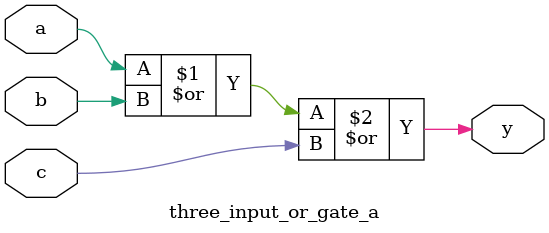
<source format=v>
`timescale 1ns / 1ps


module three_input_or_gate_a(
input a,
input b,
input c,
output y
    );
    assign y=a|b|c;
endmodule

</source>
